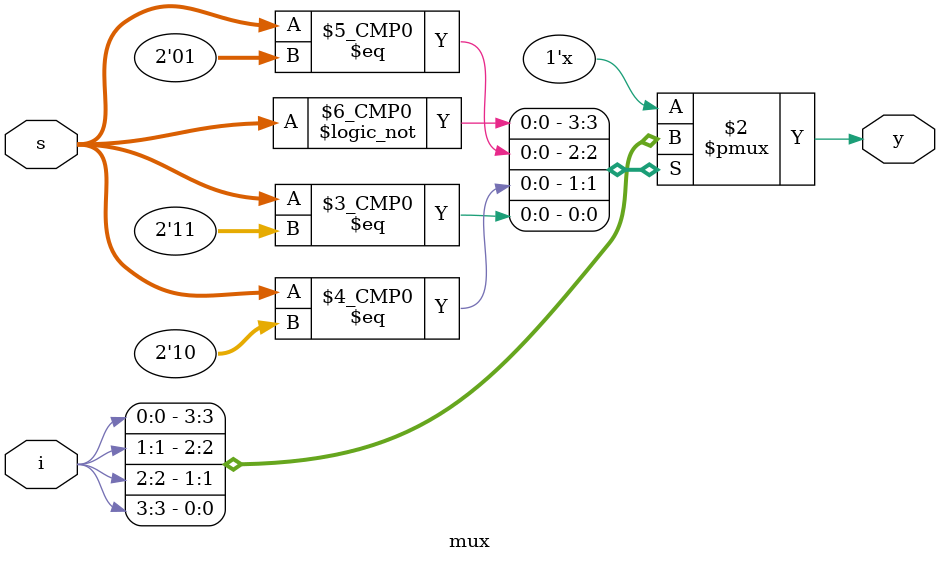
<source format=v>
module mux(input [1:0]s,input [3:0]i,output reg y);

always@(*)begin
case(s)
2'b00:y=i[0];
2'b01:y=i[1];
2'b10:y=i[2];
2'b11:y=i[3];
default:y=2'b00;
endcase
end
endmodule

</source>
